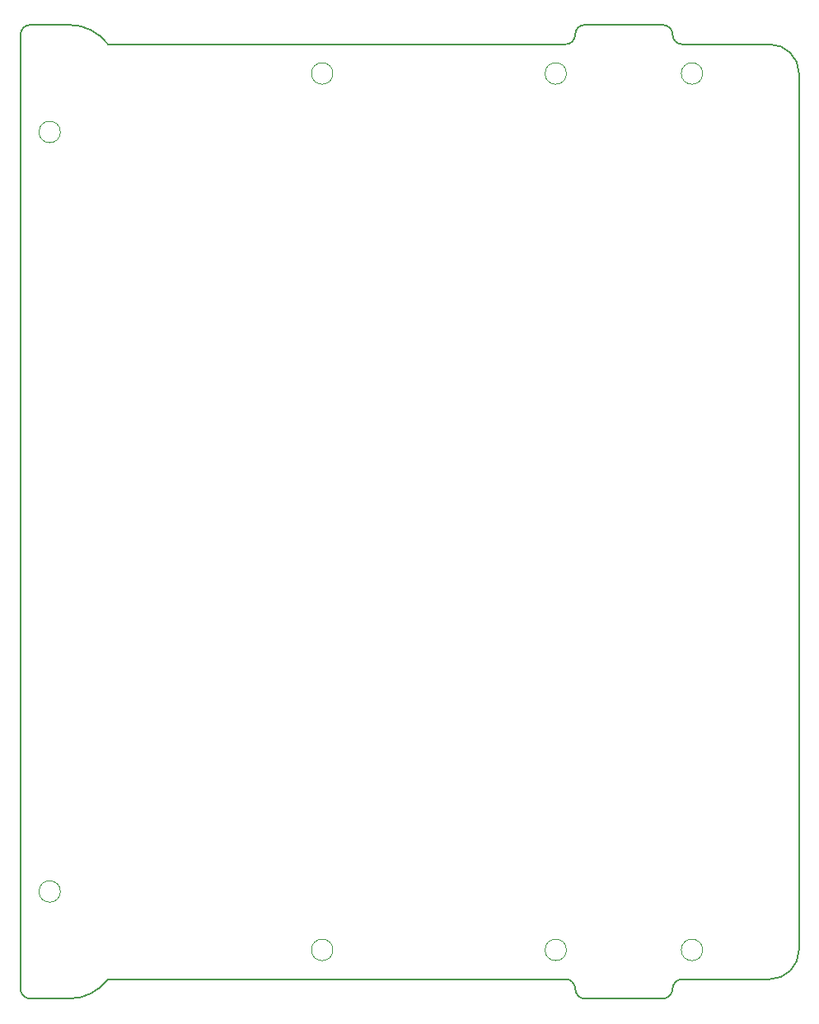
<source format=gbr>
%TF.GenerationSoftware,KiCad,Pcbnew,9.0.6*%
%TF.CreationDate,2025-11-27T08:11:18+03:00*%
%TF.ProjectId,PMCNV-INA226,504d434e-562d-4494-9e41-3232362e6b69,rev?*%
%TF.SameCoordinates,PX3dfd240PY5f5e100*%
%TF.FileFunction,Profile,NP*%
%FSLAX46Y46*%
G04 Gerber Fmt 4.6, Leading zero omitted, Abs format (unit mm)*
G04 Created by KiCad (PCBNEW 9.0.6) date 2025-11-27 08:11:18*
%MOMM*%
%LPD*%
G01*
G04 APERTURE LIST*
%TA.AperFunction,Profile*%
%ADD10C,0.200000*%
%TD*%
%TA.AperFunction,Profile*%
%ADD11C,0.050000*%
%TD*%
G04 APERTURE END LIST*
D10*
X-31000000Y-48000000D02*
G75*
G02*
X-35000000Y-50000000I-4000000J3000000D01*
G01*
X27000000Y-49000000D02*
G75*
G02*
X26000000Y-50000000I-1000000J0D01*
G01*
X-39000000Y-50000000D02*
X-35000000Y-50000000D01*
X26000000Y50000000D02*
X18000000Y50000000D01*
X-39000000Y50000000D02*
X-35000000Y50000000D01*
X-31000000Y48000000D02*
X16000000Y48000000D01*
X17000000Y49000000D02*
G75*
G02*
X16000000Y48000000I-1000000J0D01*
G01*
X16000000Y-48000000D02*
X-31000000Y-48000000D01*
X26000000Y50000000D02*
G75*
G02*
X27000000Y49000000I0J-1000000D01*
G01*
X-35000000Y50000000D02*
G75*
G02*
X-31000000Y48000000I0J-5000000D01*
G01*
X28000000Y48000000D02*
X37000000Y48000000D01*
X28000000Y-48000000D02*
X37000000Y-48000000D01*
X-40000000Y49000000D02*
G75*
G02*
X-39000000Y50000000I1000000J0D01*
G01*
X37000000Y48000000D02*
G75*
G02*
X40000000Y45000000I0J-3000000D01*
G01*
X40000000Y45000000D02*
X40000000Y-45000000D01*
X40000000Y-45000000D02*
G75*
G02*
X37000000Y-48000000I-3000000J0D01*
G01*
X-39000000Y-50000000D02*
G75*
G02*
X-40000000Y-49000000I0J1000000D01*
G01*
X18000000Y-50000000D02*
X26000000Y-50000000D01*
X-40000000Y-49000000D02*
X-40000000Y49000000D01*
X16000000Y-48000000D02*
G75*
G02*
X17000000Y-49000000I0J-1000000D01*
G01*
X17000000Y49000000D02*
G75*
G02*
X18000000Y50000000I1000000J0D01*
G01*
X28000000Y48000000D02*
G75*
G02*
X27000000Y49000000I0J1000000D01*
G01*
X18000000Y-50000000D02*
G75*
G02*
X17000000Y-49000000I0J1000000D01*
G01*
X27000000Y-49000000D02*
G75*
G02*
X28000000Y-48000000I1000000J0D01*
G01*
D11*
%TO.C,U1*%
X-35900000Y39000000D02*
G75*
G02*
X-38100000Y39000000I-1100000J0D01*
G01*
X-38100000Y39000000D02*
G75*
G02*
X-35900000Y39000000I1100000J0D01*
G01*
X-35900000Y-39000000D02*
G75*
G02*
X-38100000Y-39000000I-1100000J0D01*
G01*
X-38100000Y-39000000D02*
G75*
G02*
X-35900000Y-39000000I1100000J0D01*
G01*
X-7900000Y45000000D02*
G75*
G02*
X-10100000Y45000000I-1100000J0D01*
G01*
X-10100000Y45000000D02*
G75*
G02*
X-7900000Y45000000I1100000J0D01*
G01*
X-7900000Y-45000000D02*
G75*
G02*
X-10100000Y-45000000I-1100000J0D01*
G01*
X-10100000Y-45000000D02*
G75*
G02*
X-7900000Y-45000000I1100000J0D01*
G01*
%TO.C,SP1*%
X16100000Y45000000D02*
G75*
G02*
X13900000Y45000000I-1100000J0D01*
G01*
X13900000Y45000000D02*
G75*
G02*
X16100000Y45000000I1100000J0D01*
G01*
X16100000Y-45000000D02*
G75*
G02*
X13900000Y-45000000I-1100000J0D01*
G01*
X13900000Y-45000000D02*
G75*
G02*
X16100000Y-45000000I1100000J0D01*
G01*
X30100000Y45000000D02*
G75*
G02*
X27900000Y45000000I-1100000J0D01*
G01*
X27900000Y45000000D02*
G75*
G02*
X30100000Y45000000I1100000J0D01*
G01*
X30100000Y-45000000D02*
G75*
G02*
X27900000Y-45000000I-1100000J0D01*
G01*
X27900000Y-45000000D02*
G75*
G02*
X30100000Y-45000000I1100000J0D01*
G01*
%TD*%
M02*

</source>
